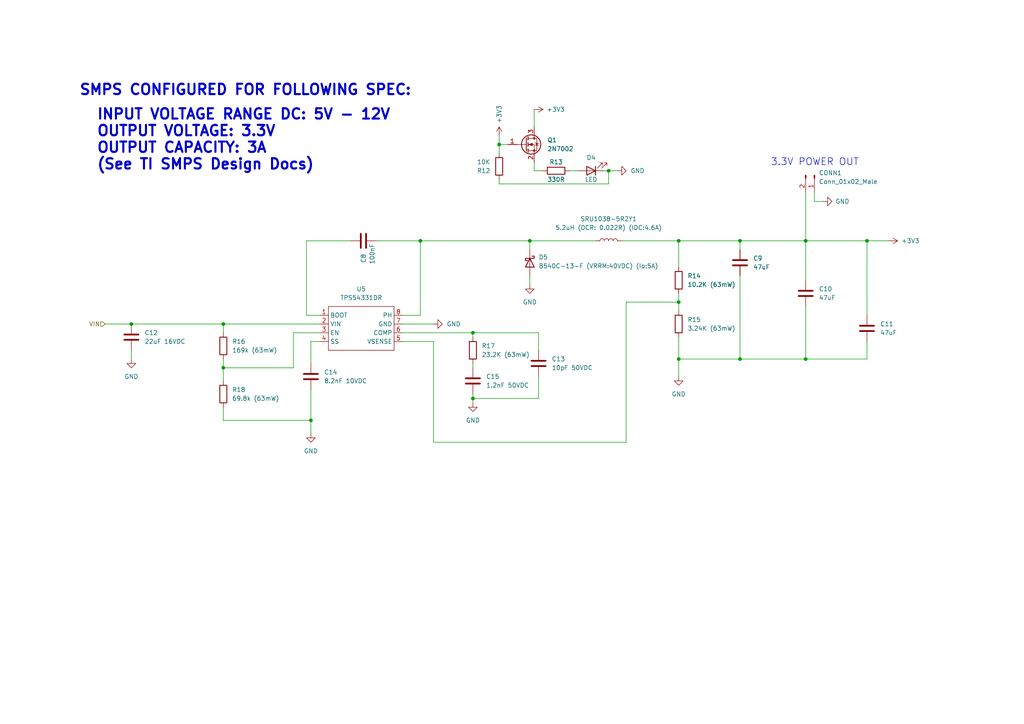
<source format=kicad_sch>
(kicad_sch (version 20211123) (generator eeschema)
  (paper "A4")
  (lib_symbols
    (symbol "Connector:Conn_01x02_Male" (pin_names (offset 1.016) hide)
      (property "Reference" "J" (at 0 2.54 0))
      (property "Value" "Conn_01x02_Male" (at 0 -5.08 0))
      (symbol "Conn_01x02_Male_1_1"
        (polyline (pts (xy 1.27 -2.54) (xy 0.8636 -2.54)) (stroke (width 0.1524)))
        (polyline (pts (xy 1.27 0) (xy 0.8636 0)) (stroke (width 0.1524)))
        (rectangle (start 0.8636 -2.413) (end 0 -2.667) (stroke (width 0.1524)) (fill (type outline)))
        (rectangle (start 0.8636 0.127) (end 0 -0.127) (stroke (width 0.1524)) (fill (type outline)))
        (pin passive line (at 5.08 0 180) (length 3.81) (name "Pin_1") (number "1"))
        (pin passive line (at 5.08 -2.54 180) (length 3.81) (name "Pin_2") (number "2"))
      )
    )
    (symbol "Device:C" (pin_numbers hide) (pin_names (offset 0.254))
      (property "Reference" "C" (at 0.635 2.54 0))
      (property "Value" "C" (at 0.635 -2.54 0))
      (symbol "C_0_1"
        (polyline (pts (xy -2.032 -0.762) (xy 2.032 -0.762)) (stroke (width 0.508)))
        (polyline (pts (xy -2.032 0.762) (xy 2.032 0.762)) (stroke (width 0.508)))
      )
      (symbol "C_1_1"
        (pin passive line (at 0 3.81 270) (length 2.794) (name "~") (number "1"))
        (pin passive line (at 0 -3.81 90) (length 2.794) (name "~") (number "2"))
      )
    )
    (symbol "Device:L" (pin_numbers hide) (pin_names (offset 1.016) hide)
      (property "Reference" "L" (at -1.27 0 90))
      (property "Value" "L" (at 1.905 0 90))
      (symbol "L_0_1"
        (arc (start 0 -2.54) (mid 0.635 -1.905) (end 0 -1.27))
        (arc (start 0 -1.27) (mid 0.635 -0.635) (end 0 0))
        (arc (start 0 0) (mid 0.635 0.635) (end 0 1.27))
        (arc (start 0 1.27) (mid 0.635 1.905) (end 0 2.54))
      )
      (symbol "L_1_1"
        (pin passive line (at 0 3.81 270) (length 1.27) (name "1") (number "1"))
        (pin passive line (at 0 -3.81 90) (length 1.27) (name "2") (number "2"))
      )
    )
    (symbol "Device:LED" (pin_numbers hide) (pin_names (offset 1.016) hide)
      (property "Reference" "D" (at 0 2.54 0))
      (property "Value" "LED" (at 0 -2.54 0))
      (symbol "LED_0_1"
        (polyline (pts (xy -1.27 -1.27) (xy -1.27 1.27)) (stroke (width 0.254)))
        (polyline (pts (xy -1.27 0) (xy 1.27 0)))
        (polyline (pts (xy 1.27 -1.27) (xy 1.27 1.27) (xy -1.27 0) (xy 1.27 -1.27)) (stroke (width 0.254)))
        (polyline (pts (xy -3.048 -0.762) (xy -4.572 -2.286) (xy -3.81 -2.286) (xy -4.572 -2.286) (xy -4.572 -1.524)))
        (polyline (pts (xy -1.778 -0.762) (xy -3.302 -2.286) (xy -2.54 -2.286) (xy -3.302 -2.286) (xy -3.302 -1.524)))
      )
      (symbol "LED_1_1"
        (pin passive line (at -3.81 0 0) (length 2.54) (name "K") (number "1"))
        (pin passive line (at 3.81 0 180) (length 2.54) (name "A") (number "2"))
      )
    )
    (symbol "Device:R" (pin_numbers hide) (pin_names (offset 0))
      (property "Reference" "R" (at 2.032 0 90))
      (property "Value" "R" (at 0 0 90))
      (symbol "R_0_1"
        (rectangle (start -1.016 -2.54) (end 1.016 2.54) (stroke (width 0.254)))
      )
      (symbol "R_1_1"
        (pin passive line (at 0 3.81 270) (length 1.27) (name "~") (number "1"))
        (pin passive line (at 0 -3.81 90) (length 1.27) (name "~") (number "2"))
      )
    )
    (symbol "Diode:B340" (pin_numbers hide) (pin_names (offset 1.016) hide)
      (property "Reference" "D" (at 0 2.54 0))
      (property "Value" "B340" (at 0 -2.54 0))
      (symbol "B340_0_1"
        (polyline (pts (xy 1.27 0) (xy -1.27 0)))
        (polyline (pts (xy 1.27 1.27) (xy 1.27 -1.27) (xy -1.27 0) (xy 1.27 1.27)) (stroke (width 0.254)))
        (polyline (pts (xy -1.905 0.635) (xy -1.905 1.27) (xy -1.27 1.27) (xy -1.27 -1.27) (xy -0.635 -1.27) (xy -0.635 -0.635)) (stroke (width 0.254)))
      )
      (symbol "B340_1_1"
        (pin passive line (at -3.81 0 0) (length 2.54) (name "K") (number "1"))
        (pin passive line (at 3.81 0 180) (length 2.54) (name "A") (number "2"))
      )
    )
    (symbol "Transistor_FET:2N7002" (pin_names hide)
      (property "Reference" "Q" (at 5.08 1.905 0))
      (property "Value" "2N7002" (at 5.08 0 0))
      (symbol "2N7002_0_1"
        (polyline (pts (xy 0.254 0) (xy -2.54 0)))
        (polyline (pts (xy 0.254 1.905) (xy 0.254 -1.905)) (stroke (width 0.254)))
        (polyline (pts (xy 0.762 -1.27) (xy 0.762 -2.286)) (stroke (width 0.254)))
        (polyline (pts (xy 0.762 0.508) (xy 0.762 -0.508)) (stroke (width 0.254)))
        (polyline (pts (xy 0.762 2.286) (xy 0.762 1.27)) (stroke (width 0.254)))
        (polyline (pts (xy 2.54 2.54) (xy 2.54 1.778)))
        (polyline (pts (xy 2.54 -2.54) (xy 2.54 0) (xy 0.762 0)))
        (polyline (pts (xy 0.762 -1.778) (xy 3.302 -1.778) (xy 3.302 1.778) (xy 0.762 1.778)))
        (polyline (pts (xy 1.016 0) (xy 2.032 0.381) (xy 2.032 -0.381) (xy 1.016 0)) (fill (type outline)))
        (polyline (pts (xy 2.794 0.508) (xy 2.921 0.381) (xy 3.683 0.381) (xy 3.81 0.254)))
        (polyline (pts (xy 3.302 0.381) (xy 2.921 -0.254) (xy 3.683 -0.254) (xy 3.302 0.381)))
        (circle (center 1.651 0) (radius 2.794) (stroke (width 0.254)))
        (circle (center 2.54 -1.778) (radius 0.254) (fill (type outline)))
        (circle (center 2.54 1.778) (radius 0.254) (fill (type outline)))
      )
      (symbol "2N7002_1_1"
        (pin input line (at -5.08 0 0) (length 2.54) (name "G") (number "1"))
        (pin passive line (at 2.54 -5.08 90) (length 2.54) (name "S") (number "2"))
        (pin passive line (at 2.54 5.08 270) (length 2.54) (name "D") (number "3"))
      )
    )
    (symbol "User_Global_Symbols:TPS54331DR"
      (property "Reference" "U" (at 2.54 13.97 0))
      (property "Value" "TPS54331DR" (at 11.43 13.97 0))
      (symbol "TPS54331DR_0_1"
        (rectangle (start 0 12.7) (end 19.05 0))
      )
      (symbol "TPS54331DR_1_1"
        (pin output line (at -2.54 10.16 0) (length 2.54) (name "BOOT") (number "1"))
        (pin power_in line (at -2.54 7.62 0) (length 2.54) (name "VIN") (number "2"))
        (pin input line (at -2.54 5.08 0) (length 2.54) (name "EN") (number "3"))
        (pin input line (at -2.54 2.54 0) (length 2.54) (name "SS") (number "4"))
        (pin input line (at 21.59 2.54 180) (length 2.54) (name "VSENSE") (number "5"))
        (pin output line (at 21.59 5.08 180) (length 2.54) (name "COMP") (number "6"))
        (pin power_in line (at 21.59 7.62 180) (length 2.54) (name "GND") (number "7"))
        (pin output line (at 21.59 10.16 180) (length 2.54) (name "PH") (number "8"))
      )
    )
    (symbol "power:+3.3V" (power) (pin_names (offset 0))
      (property "Value" "+3.3V" (at 0 3.556 0))
      (symbol "+3.3V_0_1"
        (polyline (pts (xy -0.762 1.27) (xy 0 2.54)))
        (polyline (pts (xy 0 0) (xy 0 2.54)))
        (polyline (pts (xy 0 2.54) (xy 0.762 1.27)))
      )
      (symbol "+3.3V_1_1"
        (pin power_in line (at 0 0 90) (length 0) hide (name "+3V3") (number "1"))
      )
    )
    (symbol "power:GND" (power) (pin_names (offset 0))
      (property "Value" "GND" (at 0 -3.81 0))
      (symbol "GND_0_1"
        (polyline (pts (xy 0 0) (xy 0 -1.27) (xy 1.27 -1.27) (xy 0 -2.54) (xy -1.27 -1.27) (xy 0 -1.27)))
      )
      (symbol "GND_1_1"
        (pin power_in line (at 0 0 270) (length 0) hide (name "GND") (number "1"))
      )
    )
  )
  (junction (at 64.77 106.68))
  (junction (at 64.77 93.98))
  (junction (at 214.63 104.14))
  (junction (at 196.85 87.63))
  (junction (at 90.17 121.92))
  (junction (at 196.85 69.85))
  (junction (at 153.67 69.85))
  (junction (at 137.16 96.52))
  (junction (at 144.78 41.91))
  (junction (at 196.85 104.14))
  (junction (at 214.63 69.85))
  (junction (at 233.68 104.14))
  (junction (at 137.16 115.57))
  (junction (at 38.1 93.98))
  (junction (at 176.53 49.53))
  (junction (at 251.46 69.85))
  (junction (at 121.92 69.85))
  (junction (at 233.68 69.85))
  (wire (pts (xy 176.53 53.34) (xy 176.53 49.53)))
  (wire (pts (xy 154.94 31.75) (xy 154.94 36.83)))
  (wire (pts (xy 116.84 93.98) (xy 125.73 93.98)))
  (wire (pts (xy 251.46 99.06) (xy 251.46 104.14)))
  (wire (pts (xy 137.16 96.52) (xy 156.21 96.52)))
  (wire (pts (xy 92.71 96.52) (xy 85.09 96.52)))
  (wire (pts (xy 101.6 69.85) (xy 88.9 69.85)))
  (wire (pts (xy 236.22 55.88) (xy 236.22 58.42)))
  (wire (pts (xy 90.17 99.06) (xy 92.71 99.06)))
  (wire (pts (xy 165.1 49.53) (xy 167.64 49.53)))
  (wire (pts (xy 233.68 88.9) (xy 233.68 104.14)))
  (wire (pts (xy 38.1 101.6) (xy 38.1 104.14)))
  (wire (pts (xy 64.77 104.14) (xy 64.77 106.68)))
  (wire (pts (xy 153.67 72.39) (xy 153.67 69.85)))
  (wire (pts (xy 214.63 69.85) (xy 233.68 69.85)))
  (wire (pts (xy 175.26 49.53) (xy 176.53 49.53)))
  (wire (pts (xy 196.85 69.85) (xy 196.85 77.47)))
  (wire (pts (xy 116.84 99.06) (xy 125.73 99.06)))
  (wire (pts (xy 121.92 69.85) (xy 153.67 69.85)))
  (wire (pts (xy 144.78 52.07) (xy 144.78 53.34)))
  (wire (pts (xy 196.85 85.09) (xy 196.85 87.63)))
  (wire (pts (xy 214.63 69.85) (xy 214.63 72.39)))
  (wire (pts (xy 121.92 69.85) (xy 121.92 91.44)))
  (wire (pts (xy 121.92 91.44) (xy 116.84 91.44)))
  (wire (pts (xy 64.77 93.98) (xy 92.71 93.98)))
  (wire (pts (xy 153.67 80.01) (xy 153.67 82.55)))
  (wire (pts (xy 88.9 91.44) (xy 92.71 91.44)))
  (wire (pts (xy 214.63 104.14) (xy 196.85 104.14)))
  (wire (pts (xy 176.53 49.53) (xy 179.07 49.53)))
  (wire (pts (xy 251.46 69.85) (xy 257.81 69.85)))
  (wire (pts (xy 233.68 55.88) (xy 233.68 69.85)))
  (wire (pts (xy 90.17 113.03) (xy 90.17 121.92)))
  (wire (pts (xy 233.68 69.85) (xy 251.46 69.85)))
  (wire (pts (xy 180.34 69.85) (xy 196.85 69.85)))
  (wire (pts (xy 137.16 114.3) (xy 137.16 115.57)))
  (wire (pts (xy 233.68 69.85) (xy 233.68 81.28)))
  (wire (pts (xy 125.73 99.06) (xy 125.73 128.27)))
  (wire (pts (xy 137.16 105.41) (xy 137.16 106.68)))
  (wire (pts (xy 144.78 39.37) (xy 144.78 41.91)))
  (wire (pts (xy 64.77 93.98) (xy 64.77 96.52)))
  (wire (pts (xy 144.78 41.91) (xy 147.32 41.91)))
  (wire (pts (xy 144.78 41.91) (xy 144.78 44.45)))
  (wire (pts (xy 85.09 96.52) (xy 85.09 106.68)))
  (wire (pts (xy 214.63 80.01) (xy 214.63 104.14)))
  (wire (pts (xy 156.21 109.22) (xy 156.21 115.57)))
  (wire (pts (xy 196.85 104.14) (xy 196.85 109.22)))
  (wire (pts (xy 156.21 115.57) (xy 137.16 115.57)))
  (wire (pts (xy 144.78 53.34) (xy 176.53 53.34)))
  (wire (pts (xy 38.1 93.98) (xy 64.77 93.98)))
  (wire (pts (xy 64.77 106.68) (xy 85.09 106.68)))
  (wire (pts (xy 90.17 121.92) (xy 90.17 125.73)))
  (wire (pts (xy 214.63 104.14) (xy 233.68 104.14)))
  (wire (pts (xy 64.77 106.68) (xy 64.77 110.49)))
  (wire (pts (xy 236.22 58.42) (xy 238.76 58.42)))
  (wire (pts (xy 137.16 96.52) (xy 137.16 97.79)))
  (wire (pts (xy 154.94 46.99) (xy 154.94 49.53)))
  (wire (pts (xy 181.61 128.27) (xy 181.61 87.63)))
  (wire (pts (xy 30.48 93.98) (xy 38.1 93.98)))
  (wire (pts (xy 196.85 97.79) (xy 196.85 104.14)))
  (wire (pts (xy 88.9 69.85) (xy 88.9 91.44)))
  (wire (pts (xy 233.68 104.14) (xy 251.46 104.14)))
  (wire (pts (xy 137.16 115.57) (xy 137.16 116.84)))
  (wire (pts (xy 116.84 96.52) (xy 137.16 96.52)))
  (wire (pts (xy 156.21 96.52) (xy 156.21 101.6)))
  (wire (pts (xy 251.46 69.85) (xy 251.46 91.44)))
  (wire (pts (xy 90.17 105.41) (xy 90.17 99.06)))
  (wire (pts (xy 154.94 49.53) (xy 157.48 49.53)))
  (wire (pts (xy 181.61 87.63) (xy 196.85 87.63)))
  (wire (pts (xy 153.67 69.85) (xy 172.72 69.85)))
  (wire (pts (xy 109.22 69.85) (xy 121.92 69.85)))
  (wire (pts (xy 125.73 128.27) (xy 181.61 128.27)))
  (wire (pts (xy 196.85 87.63) (xy 196.85 90.17)))
  (wire (pts (xy 196.85 69.85) (xy 214.63 69.85)))
  (wire (pts (xy 64.77 118.11) (xy 64.77 121.92)))
  (wire (pts (xy 64.77 121.92) (xy 90.17 121.92)))
  (text "INPUT VOLTAGE RANGE DC: 5V - 12V\nOUTPUT VOLTAGE: 3.3V\nOUTPUT CAPACITY: 3A\n(See TI SMPS Design Docs)" (at 27.94 49.53 0) (effects (font (size 3 3) (thickness 0.6) bold) (justify left bottom)))
  (text "3.3V POWER OUT" (at 223.52 48.26 0) (effects (font (size 2 2)) (justify left bottom)))
  (text "SMPS CONFIGURED FOR FOLLOWING SPEC:\n" (at 22.86 27.94 0) (effects (font (size 3 3) (thickness 0.6) bold) (justify left bottom)))
  (hierarchical_label "VIN" (shape input) (at 30.48 93.98 180))
  (symbol (lib_id "power:GND") (at 179.07 49.53 90) (unit 1)
    (property "Reference" "#PWR027" (effects hide))
    (property "Value" "GND" (at 182.88 49.5299 90) (effects (justify right)))
  )
  (symbol (lib_id "Connector:Conn_01x02_Male") (at 236.22 50.8 270) (unit 1)
    (property "Reference" "CONN1" (at 237.49 50.1649 90) (effects (justify left)))
    (property "Value" "Conn_01x02_Male" (at 237.49 52.7049 90) (effects (justify left)))
    (property "Footprint" "Connector_PinHeader_2.54mm:PinHeader_1x02_P2.54mm_Vertical" (effects hide))
  )
  (symbol (lib_id "power:GND") (at 238.76 58.42 90) (unit 1)
    (property "Reference" "#PWR028" (effects hide))
    (property "Value" "GND" (at 246.38 58.42 90) (effects (justify left)))
  )
  (symbol (lib_id "power:GND") (at 196.85 109.22 0) (unit 1)
    (property "Reference" "#PWR033" (effects hide))
    (property "Value" "GND" (at 196.85 114.3 0))
  )
  (symbol (lib_id "Device:C") (at 137.16 110.49 0) (unit 1)
    (property "Reference" "C15" (at 140.97 109.2199 0) (effects (justify left)))
    (property "Value" "1.2nF 50VDC" (at 140.97 111.7599 0) (effects (justify left)))
    (property "Footprint" "Capacitor_SMD:C_0805_2012Metric" (effects hide))
    (property "LCSC" "C170122" (effects hide))
  )
  (symbol (lib_id "power:GND") (at 125.73 93.98 90) (unit 1)
    (property "Reference" "#PWR031" (effects hide))
    (property "Value" "GND" (at 129.54 93.9799 90) (effects (justify right)))
  )
  (symbol (lib_id "Device:R") (at 137.16 101.6 0) (unit 1)
    (property "Reference" "R17" (at 139.7 100.3299 0) (effects (justify left)))
    (property "Value" "23.2K (63mW)" (at 139.7 102.8699 0) (effects (justify left)))
    (property "Footprint" "Resistor_SMD:R_0805_2012Metric" (effects hide))
  )
  (symbol (lib_id "Device:C") (at 251.46 95.25 0) (unit 1)
    (property "Reference" "C11" (at 255.27 93.9799 0) (effects (justify left)))
    (property "Value" "47uF" (at 255.27 96.5199 0) (effects (justify left)))
    (property "Footprint" "Capacitor_SMD:C_1206_3216Metric" (effects hide))
    (property "LCSC" "C96123 " (effects hide))
  )
  (symbol (lib_id "power:+3.3V") (at 144.78 39.37 0) (unit 1)
    (property "Reference" "#PWR026" (effects hide))
    (property "Value" "+3.3V" (at 144.78 30.48 90) (effects (justify right)))
  )
  (symbol (lib_id "Device:C") (at 105.41 69.85 270) (unit 1)
    (property "Reference" "C8" (at 105.41 74.93 0))
    (property "Value" "100nF" (at 107.95 73.66 0))
    (property "Footprint" "Capacitor_SMD:C_0603_1608Metric" (effects hide))
    (property "LCSC" "C14663" (effects hide))
  )
  (symbol (lib_id "power:+3.3V") (at 154.94 31.75 270) (unit 1)
    (property "Reference" "#PWR025" (effects hide))
    (property "Value" "+3.3V" (at 163.83 31.75 90) (effects (justify right)))
  )
  (symbol (lib_id "Device:C") (at 38.1 97.79 0) (unit 1)
    (property "Reference" "C12" (at 41.91 96.5199 0) (effects (justify left)))
    (property "Value" "22uF 16VDC" (at 41.91 99.0599 0) (effects (justify left)))
    (property "Footprint" "Capacitor_SMD:C_1206_3216Metric" (effects hide))
    (property "LCSC" "C12891" (effects hide))
  )
  (symbol (lib_id "Device:R") (at 64.77 100.33 0) (unit 1)
    (property "Reference" "R16" (at 67.31 99.0599 0) (effects (justify left)))
    (property "Value" "169k (63mW)" (at 67.31 101.5999 0) (effects (justify left)))
    (property "Footprint" "Resistor_SMD:R_0805_2012Metric" (effects hide))
  )
  (symbol (lib_id "power:GND") (at 38.1 104.14 0) (unit 1)
    (property "Reference" "#PWR032" (effects hide))
    (property "Value" "GND" (at 38.1 109.22 0))
  )
  (symbol (lib_id "Device:C") (at 233.68 85.09 0) (unit 1)
    (property "Reference" "C10" (at 237.49 83.8199 0) (effects (justify left)))
    (property "Value" "47uF" (at 237.49 86.3599 0) (effects (justify left)))
    (property "Footprint" "Capacitor_SMD:C_1206_3216Metric" (effects hide))
    (property "LCSC" "C96123 " (effects hide))
  )
  (symbol (lib_id "power:GND") (at 153.67 82.55 0) (unit 1)
    (property "Reference" "#PWR030" (effects hide))
    (property "Value" "GND" (at 153.67 87.63 0))
  )
  (symbol (lib_id "power:GND") (at 137.16 116.84 0) (unit 1)
    (property "Reference" "#PWR034" (effects hide))
    (property "Value" "GND" (at 137.16 121.92 0))
  )
  (symbol (lib_id "User_Global_Symbols:TPS54331DR") (at 95.25 101.6 0) (unit 1)
    (property "Reference" "U5" (at 104.775 83.82 0))
    (property "Value" "TPS54331DR" (at 104.775 86.36 0))
    (property "Footprint" "Package_SO:SOIC-8_3.9x4.9mm_P1.27mm" (effects hide))
    (property "LCSC" "C9865" (effects hide))
  )
  (symbol (lib_id "Device:LED") (at 171.45 49.53 180) (unit 1)
    (property "Reference" "D4" (at 171.45 45.72 0))
    (property "Value" "LED" (at 171.45 52.07 0))
    (property "Footprint" "LED_SMD:LED_0805_2012Metric" (effects hide))
  )
  (symbol (lib_id "Transistor_FET:2N7002") (at 152.4 41.91 0) (unit 1)
    (property "Reference" "Q1" (at 158.75 40.6399 0) (effects (justify left)))
    (property "Value" "2N7002" (at 158.75 43.1799 0) (effects (justify left)))
    (property "Footprint" "Package_TO_SOT_SMD:SOT-23" (effects hide))
    (property "Datasheet" "https://www.onsemi.com/pub/Collateral/NDS7002A-D.PDF" (effects hide))
    (property "LCSC" "C8545" (effects hide))
  )
  (symbol (lib_id "Device:R") (at 196.85 81.28 0) (unit 1)
    (property "Reference" "R14" (at 199.39 80.0099 0) (effects (justify left)))
    (property "Value" "10.2K (63mW)" (at 199.39 82.5499 0) (effects (justify left)))
    (property "Footprint" "Resistor_SMD:R_0805_2012Metric" (effects hide))
  )
  (symbol (lib_id "power:GND") (at 90.17 125.73 0) (unit 1)
    (property "Reference" "#PWR035" (effects hide))
    (property "Value" "GND" (at 90.17 130.81 0))
  )
  (symbol (lib_id "Device:C") (at 90.17 109.22 0) (unit 1)
    (property "Reference" "C14" (at 93.98 107.9499 0) (effects (justify left)))
    (property "Value" "8.2nF 10VDC" (at 93.98 110.4899 0) (effects (justify left)))
    (property "Footprint" "Capacitor_SMD:C_0805_2012Metric" (effects hide))
    (property "LCSC" "C170117" (effects hide))
  )
  (symbol (lib_id "Device:L") (at 176.53 69.85 90) (unit 1)
    (property "Reference" "SRU1038-5R2Y1" (at 176.53 63.5 90))
    (property "Value" "5.2uH (DCR{colon} 0.022R) (IDC{colon}4.6A)" (at 176.53 66.04 90))
    (property "Footprint" "User_Global_Library:SRU1038-5R2Y" (effects hide))
  )
  (symbol (lib_id "Device:R") (at 64.77 114.3 0) (unit 1)
    (property "Reference" "R18" (at 67.31 113.0299 0) (effects (justify left)))
    (property "Value" "69.8k (63mW)" (at 67.31 115.5699 0) (effects (justify left)))
    (property "Footprint" "Resistor_SMD:R_0805_2012Metric" (effects hide))
  )
  (symbol (lib_id "Device:C") (at 214.63 76.2 0) (unit 1)
    (property "Reference" "C9" (at 218.44 74.9299 0) (effects (justify left)))
    (property "Value" "47uF" (at 218.44 77.4699 0) (effects (justify left)))
    (property "Footprint" "Capacitor_SMD:C_1206_3216Metric" (effects hide))
    (property "LCSC" "C96123 " (effects hide))
  )
  (symbol (lib_id "Device:R") (at 196.85 93.98 0) (unit 1)
    (property "Reference" "R15" (at 199.39 92.7099 0) (effects (justify left)))
    (property "Value" "3.24K (63mW)" (at 199.39 95.2499 0) (effects (justify left)))
    (property "Footprint" "Resistor_SMD:R_0805_2012Metric" (effects hide))
  )
  (symbol (lib_id "Device:R") (at 144.78 48.26 180) (unit 1)
    (property "Reference" "R12" (at 142.24 49.5301 0) (effects (justify left)))
    (property "Value" "10K" (at 142.24 46.99 0) (effects (justify left)))
    (property "Footprint" "Resistor_SMD:R_0603_1608Metric" (effects hide))
    (property "LCSC" "C25804" (effects hide))
  )
  (symbol (lib_id "Device:R") (at 161.29 49.53 90) (unit 1)
    (property "Reference" "R13" (at 161.29 46.99 90))
    (property "Value" "330R" (at 161.29 52.07 90))
    (property "Footprint" "Resistor_SMD:R_0603_1608Metric" (effects hide))
    (property "LCSC" "C23138" (effects hide))
  )
  (symbol (lib_id "power:+3.3V") (at 257.81 69.85 270) (unit 1)
    (property "Reference" "#PWR029" (effects hide))
    (property "Value" "+3.3V" (at 266.7 69.85 90) (effects (justify right)))
  )
  (symbol (lib_id "Device:C") (at 156.21 105.41 0) (unit 1)
    (property "Reference" "C13" (at 160.02 104.1399 0) (effects (justify left)))
    (property "Value" "10pF 50VDC" (at 160.02 106.68 0) (effects (justify left)))
    (property "Footprint" "Capacitor_SMD:C_0805_2012Metric" (effects hide))
    (property "LCSC" "C1785" (effects hide))
  )
  (symbol (lib_id "Diode:B340") (at 153.67 76.2 270) (unit 1)
    (property "Reference" "D5" (at 156.21 74.6124 90) (effects (justify left)))
    (property "Value" "B540C-13-F (VRRM{colon}40VDC) (Io{colon}5A)" (at 156.21 77.1524 90) (effects (justify left)))
    (property "Footprint" "Diode_SMD:D_SMC" (effects hide))
    (property "Datasheet" "http://www.jameco.com/Jameco/Products/ProdDS/1538777.pdf" (effects hide))
    (property "LCSC" "C72264" (effects hide))
  )
)
</source>
